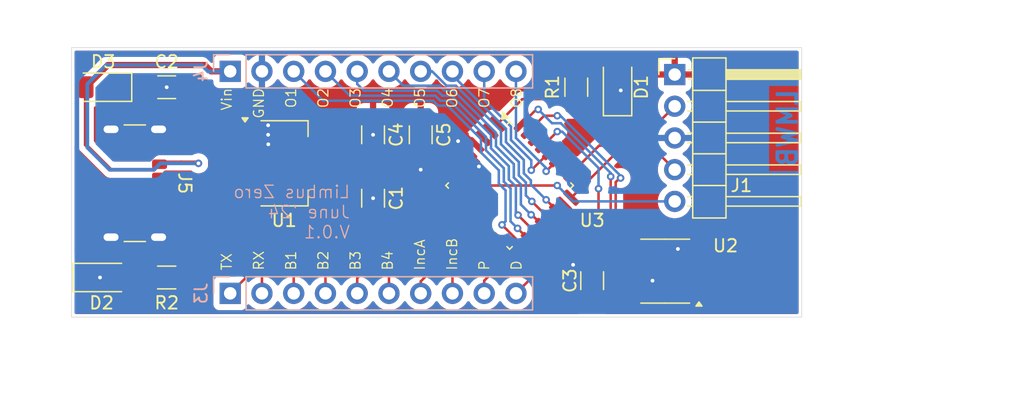
<source format=kicad_pcb>
(kicad_pcb (version 20241229) (generator "pcbnew") (generator_version "9.0")
  (title_block (title "Limbus Zero") (date "2024-06-19") (rev "v.0.1"))
  (layers (0 "F.Cu" signal) (2 "B.Cu" signal) (13 "F.Paste" user) (15 "B.Paste" user) (5 "F.SilkS" user "F.Silkscreen") (7 "B.SilkS" user "B.Silkscreen") (1 "F.Mask" user) (3 "B.Mask" user) (25 "Edge.Cuts" user))
  (net 0 "")
  (net 1 "GND")
  (net 2 "+3V3")
  (net 3 "/Vin")
  (net 4 "Net-(D1-A)")
  (net 5 "Net-(D2-A)")
  (net 6 "/SYS_SWCLK")
  (net 7 "/NRST")
  (net 8 "/SYS_SWDIO")
  (net 11 "/Vbus")
  (net 12 "/LED1")
  (net 13 "/Poti1")
  (net 14 "/Out6")
  (net 16 "/B1")
  (net 17 "/SPI1_SCK")
  (net 18 "/Out7")
  (net 19 "/Out5")
  (net 20 "/Out2")
  (net 22 "/Out3")
  (net 23 "/IncB")
  (net 24 "/Out8")
  (net 26 "/I2C1_SDA")
  (net 27 "/I2C1_SCL")
  (net 28 "/Out1")
  (net 29 "/UART1_TX")
  (net 30 "/SPI1_MOSI")
  (net 31 "/Out4")
  (net 32 "/UART1_RX")
  (net 33 "/IncA")
  (net 36 "/B3")
  (net 37 "/B4")
  (net 38 "/B2")
  (footprint "Resistor_SMD:R_1206_3216Metric" (layer "F.Cu") (at 121.666 67.31 -90)
    (property "Reference" "R1" (at 0 1.905 90) (layer "F.SilkS"))
    (property "Value" "220")
    (fp_line (start -0.727064 0.91) (end 0.727064 0.91) (stroke (width 0.12)) (layer "F.SilkS"))
    (fp_line (start -0.727064 -0.91) (end 0.727064 -0.91) (stroke (width 0.12)) (layer "F.SilkS"))
    (pad "1" smd roundrect (at -1.4625 0 270) (size 1.125 1.75) (layers "F.Cu" "F.Mask" "F.Paste") (roundrect_rratio 0.222222) (net 4 "Net-(D1-A)"))
    (pad "2" smd roundrect (at 1.4625 0 270) (size 1.125 1.75) (layers "F.Cu" "F.Mask" "F.Paste") (roundrect_rratio 0.222222) (net 12 "/LED1"))
  )
  (footprint "LED_SMD:LED_1206_3216Metric" (layer "F.Cu") (at 83.690001 82.55)
    (property "Reference" "D2" (at 0 2.032 0) (layer "F.SilkS"))
    (property "Value" "LED")
    (fp_line (start -2.285 -1.135) (end -2.285 1.135) (stroke (width 0.12)) (layer "F.SilkS"))
    (fp_line (start -2.285 1.135) (end 1.6 1.135) (stroke (width 0.12)) (layer "F.SilkS"))
    (fp_line (start 1.6 -1.135) (end -2.285 -1.135) (stroke (width 0.12)) (layer "F.SilkS"))
    (pad "1" smd roundrect (at -1.399999 0) (size 1.25 1.75) (layers "F.Cu" "F.Mask" "F.Paste") (roundrect_rratio 0.2) (net 1 "GND"))
    (pad "2" smd roundrect (at 1.399999 0) (size 1.25 1.75) (layers "F.Cu" "F.Mask" "F.Paste") (roundrect_rratio 0.2) (net 5 "Net-(D2-A)"))
  )
  (footprint "Capacitor_SMD:C_1206_3216Metric" (layer "F.Cu") (at 105.41 76.2 -90)
    (property "Reference" "C1" (at 0 -1.850001 90) (layer "F.SilkS"))
    (property "Value" "1u")
    (fp_line (start -0.711252 0.91) (end 0.711252 0.91) (stroke (width 0.12)) (layer "F.SilkS"))
    (fp_line (start -0.711252 -0.91) (end 0.711252 -0.91) (stroke (width 0.12)) (layer "F.SilkS"))
    (pad "1" smd roundrect (at -1.475001 0 270) (size 1.15 1.8) (layers "F.Cu" "F.Mask" "F.Paste") (roundrect_rratio 0.217391) (net 2 "+3V3"))
    (pad "2" smd roundrect (at 1.475001 0 270) (size 1.15 1.8) (layers "F.Cu" "F.Mask" "F.Paste") (roundrect_rratio 0.217391) (net 1 "GND"))
  )
  (footprint "Capacitor_SMD:C_1206_3216Metric" (layer "F.Cu") (at 105.41 71.12 -90)
    (property "Reference" "C4" (at 0 -1.850001 90) (layer "F.SilkS"))
    (property "Value" "4.7u")
    (fp_line (start -0.711252 0.91) (end 0.711252 0.91) (stroke (width 0.12)) (layer "F.SilkS"))
    (fp_line (start -0.711252 -0.91) (end 0.711252 -0.91) (stroke (width 0.12)) (layer "F.SilkS"))
    (pad "1" smd roundrect (at -1.475001 0 270) (size 1.15 1.8) (layers "F.Cu" "F.Mask" "F.Paste") (roundrect_rratio 0.217391) (net 2 "+3V3"))
    (pad "2" smd roundrect (at 1.475001 0 270) (size 1.15 1.8) (layers "F.Cu" "F.Mask" "F.Paste") (roundrect_rratio 0.217391) (net 1 "GND"))
  )
  (footprint "LED_SMD:LED_1206_3216Metric" (layer "F.Cu") (at 124.968 67.31 90)
    (property "Reference" "D1" (at 0 1.905 90) (layer "F.SilkS"))
    (property "Value" "LED")
    (fp_line (start 1.6 -1.135) (end -2.285 -1.135) (stroke (width 0.12)) (layer "F.SilkS"))
    (fp_line (start -2.285 -1.135) (end -2.285 1.135) (stroke (width 0.12)) (layer "F.SilkS"))
    (fp_line (start -2.285 1.135) (end 1.6 1.135) (stroke (width 0.12)) (layer "F.SilkS"))
    (pad "1" smd roundrect (at -1.399999 0 90) (size 1.25 1.75) (layers "F.Cu" "F.Mask" "F.Paste") (roundrect_rratio 0.2) (net 1 "GND"))
    (pad "2" smd roundrect (at 1.399999 0 90) (size 1.25 1.75) (layers "F.Cu" "F.Mask" "F.Paste") (roundrect_rratio 0.2) (net 4 "Net-(D1-A)"))
  )
  (footprint "Package_TO_SOT_SMD:SOT-223-3_TabPin2" (layer "F.Cu") (at 98.298 73.406)
    (property "Reference" "U1" (at 0 4.572 0) (layer "F.SilkS"))
    (property "Value" "AMS1117-3.3")
    (fp_line (start -1.85 -3.410001) (end 1.91 -3.41) (stroke (width 0.12)) (layer "F.SilkS"))
    (fp_line (start -1.85 3.410001) (end 1.91 3.41) (stroke (width 0.12)) (layer "F.SilkS"))
    (fp_line (start 1.91 -3.41) (end 1.91 -2.150001) (stroke (width 0.12)) (layer "F.SilkS"))
    (fp_line (start 1.91 3.41) (end 1.91 2.150001) (stroke (width 0.12)) (layer "F.SilkS"))
    (fp_poly (pts (xy -3.13 -3.31) (xy -3.37 -3.64) (xy -2.89 -3.64) (xy -3.13 -3.31)) (stroke (width 0.12)) (fill yes) (layer "F.SilkS"))
    (pad "1" smd roundrect (at -3.15 -2.3) (size 2 1.5) (layers "F.Cu" "F.Mask" "F.Paste") (net 1 "GND"))
    (pad "2" smd roundrect (at -3.149999 0) (size 2 1.5) (layers "F.Cu" "F.Mask" "F.Paste") (net 2 "+3V3"))
    (pad "2" smd roundrect (at 3.149999 0) (size 2 3.8) (layers "F.Cu" "F.Mask" "F.Paste") (net 2 "+3V3"))
    (pad "3" smd roundrect (at -3.15 2.3) (size 2 1.5) (layers "F.Cu" "F.Mask" "F.Paste") (net 3 "/Vin"))
  )
  (footprint "Diode_SMD:D_1206_3216Metric" (layer "F.Cu") (at 83.82 67.31 180)
    (property "Reference" "D3" (at 0 2.032 0) (layer "F.SilkS"))
    (property "Value" "D")
    (fp_line (start 1.6 -1.135) (end -2.285 -1.135) (stroke (width 0.12)) (layer "F.SilkS"))
    (fp_line (start -2.285 1.135) (end 1.6 1.135) (stroke (width 0.12)) (layer "F.SilkS"))
    (fp_line (start -2.285 -1.135) (end -2.285 1.135) (stroke (width 0.12)) (layer "F.SilkS"))
    (pad "1" smd roundrect (at -1.399999 0 180) (size 1.25 1.75) (layers "F.Cu" "F.Mask" "F.Paste") (roundrect_rratio 0.2) (net 3 "/Vin"))
    (pad "2" smd roundrect (at 1.399999 0 180) (size 1.25 1.75) (layers "F.Cu" "F.Mask" "F.Paste") (roundrect_rratio 0.2) (net 11 "/Vbus"))
  )
  (footprint "Connector_PinHeader_2.54mm:PinHeader_1x05_P2.54mm_Horizontal" (layer "F.Cu") (at 129.54 66.294)
    (property "Reference" "J1" (at 5.334 8.89 0) (layer "F.SilkS"))
    (property "Value" "Conn_01x05")
    (fp_line (start -1.270001 0) (end -1.27 -1.27) (stroke (width 0.12)) (layer "F.SilkS"))
    (fp_line (start -1.27 -1.27) (end 0 -1.270001) (stroke (width 0.12)) (layer "F.SilkS"))
    (fp_line (start 1.042929 2.16) (end 1.44 2.16) (stroke (width 0.12)) (layer "F.SilkS"))
    (fp_line (start 1.042929 2.92) (end 1.44 2.92) (stroke (width 0.12)) (layer "F.SilkS"))
    (fp_line (start 1.042929 4.7) (end 1.44 4.7) (stroke (width 0.12)) (layer "F.SilkS"))
    (fp_line (start 1.042929 5.46) (end 1.44 5.46) (stroke (width 0.12)) (layer "F.SilkS"))
    (fp_line (start 1.042929 7.24) (end 1.44 7.24) (stroke (width 0.12)) (layer "F.SilkS"))
    (fp_line (start 1.042929 8) (end 1.44 8) (stroke (width 0.12)) (layer "F.SilkS"))
    (fp_line (start 1.042929 9.78) (end 1.44 9.78) (stroke (width 0.12)) (layer "F.SilkS"))
    (fp_line (start 1.042929 10.54) (end 1.44 10.54) (stroke (width 0.12)) (layer "F.SilkS"))
    (fp_line (start 1.11 -0.38) (end 1.44 -0.38) (stroke (width 0.12)) (layer "F.SilkS"))
    (fp_line (start 1.11 0.38) (end 1.44 0.38) (stroke (width 0.12)) (layer "F.SilkS"))
    (fp_line (start 1.44 -1.33) (end 1.44 11.49) (stroke (width 0.12)) (layer "F.SilkS"))
    (fp_line (start 1.44 1.27) (end 4.1 1.27) (stroke (width 0.12)) (layer "F.SilkS"))
    (fp_line (start 1.44 3.81) (end 4.1 3.81) (stroke (width 0.12)) (layer "F.SilkS"))
    (fp_line (start 1.44 6.35) (end 4.1 6.35) (stroke (width 0.12)) (layer "F.SilkS"))
    (fp_line (start 1.44 8.89) (end 4.1 8.89) (stroke (width 0.12)) (layer "F.SilkS"))
    (fp_line (start 1.44 11.49) (end 4.1 11.49) (stroke (width 0.12)) (layer "F.SilkS"))
    (fp_line (start 4.1 -1.33) (end 1.44 -1.33) (stroke (width 0.12)) (layer "F.SilkS"))
    (fp_line (start 4.1 -0.38) (end 10.1 -0.38) (stroke (width 0.12)) (layer "F.SilkS"))
    (fp_line (start 4.1 -0.32) (end 10.1 -0.32) (stroke (width 0.12)) (layer "F.SilkS"))
    (fp_line (start 4.1 -0.2) (end 10.1 -0.2) (stroke (width 0.12)) (layer "F.SilkS"))
    (fp_line (start 4.1 -0.08) (end 10.1 -0.08) (stroke (width 0.12)) (layer "F.SilkS"))
    (fp_line (start 4.1 0.04) (end 10.1 0.04) (stroke (width 0.12)) (layer "F.SilkS"))
    (fp_line (start 4.1 0.16) (end 10.1 0.160001) (stroke (width 0.12)) (layer "F.SilkS"))
    (fp_line (start 4.1 0.28) (end 10.1 0.279999) (stroke (width 0.12)) (layer "F.SilkS"))
    (fp_line (start 4.1 2.16) (end 10.1 2.16) (stroke (width 0.12)) (layer "F.SilkS"))
    (fp_line (start 4.1 4.7) (end 10.1 4.699999) (stroke (width 0.12)) (layer "F.SilkS"))
    (fp_line (start 4.1 7.24) (end 10.1 7.240001) (stroke (width 0.12)) (layer "F.SilkS"))
    (fp_line (start 4.1 9.78) (end 10.1 9.78) (stroke (width 0.12)) (layer "F.SilkS"))
    (fp_line (start 4.1 11.49) (end 4.1 -1.33) (stroke (width 0.12)) (layer "F.SilkS"))
    (fp_line (start 10.1 -0.38) (end 10.1 0.38) (stroke (width 0.12)) (layer "F.SilkS"))
    (fp_line (start 10.1 0.38) (end 4.1 0.38) (stroke (width 0.12)) (layer "F.SilkS"))
    (fp_line (start 10.1 2.16) (end 10.1 2.92) (stroke (width 0.12)) (layer "F.SilkS"))
    (fp_line (start 10.1 2.92) (end 4.1 2.92) (stroke (width 0.12)) (layer "F.SilkS"))
    (fp_line (start 10.1 4.699999) (end 10.1 5.460001) (stroke (width 0.12)) (layer "F.SilkS"))
    (fp_line (start 10.1 5.460001) (end 4.1 5.46) (stroke (width 0.12)) (layer "F.SilkS"))
    (fp_line (start 10.1 7.240001) (end 10.1 8) (stroke (width 0.12)) (layer "F.SilkS"))
    (fp_line (start 10.1 8) (end 4.1 8) (stroke (width 0.12)) (layer "F.SilkS"))
    (fp_line (start 10.1 9.78) (end 10.1 10.54) (stroke (width 0.12)) (layer "F.SilkS"))
    (fp_line (start 10.1 10.54) (end 4.1 10.54) (stroke (width 0.12)) (layer "F.SilkS"))
    (pad "1" thru_hole rect (at 0 0) (size 1.7 1.7) (drill 1) (layers "*.Cu" "*.Mask") (net 2 "+3V3"))
    (pad "2" thru_hole oval (at 0 2.54) (size 1.7 1.7) (drill 1) (layers "*.Cu" "*.Mask") (net 6 "/SYS_SWCLK"))
    (pad "3" thru_hole oval (at 0 5.079999) (size 1.7 1.7) (drill 1) (layers "*.Cu" "*.Mask") (net 1 "GND"))
    (pad "4" thru_hole oval (at 0 7.62) (size 1.7 1.7) (drill 1) (layers "*.Cu" "*.Mask") (net 8 "/SYS_SWDIO"))
    (pad "5" thru_hole oval (at 0 10.16) (size 1.7 1.7) (drill 1) (layers "*.Cu" "*.Mask") (net 7 "/NRST"))
  )
  (footprint "Package_SO:SOIC-8_3.9x4.9mm_P1.27mm" (layer "F.Cu") (at 128.778 82.042 180)
    (property "Reference" "U2" (at -4.826 2.032 0) (layer "F.SilkS"))
    (property "Value" "M24C01-FMN")
    (fp_line (start 0 2.559999) (end 1.95 2.56) (stroke (width 0.12)) (layer "F.SilkS"))
    (fp_line (start 0 2.559999) (end -1.95 2.56) (stroke (width 0.12)) (layer "F.SilkS"))
    (fp_line (start 0 -2.559999) (end 1.95 -2.56) (stroke (width 0.12)) (layer "F.SilkS"))
    (fp_line (start 0 -2.559999) (end -1.95 -2.56) (stroke (width 0.12)) (layer "F.SilkS"))
    (fp_poly (pts (xy -2.7 -2.465) (xy -2.939999 -2.795) (xy -2.46 -2.795) (xy -2.7 -2.465)) (stroke (width 0.12)) (fill yes) (layer "F.SilkS"))
    (pad "1" smd roundrect (at -2.475 -1.905 180) (size 1.95 0.6) (layers "F.Cu" "F.Mask" "F.Paste") (net 1 "GND"))
    (pad "2" smd roundrect (at -2.475 -0.635 180) (size 1.95 0.6) (layers "F.Cu" "F.Mask" "F.Paste") (net 1 "GND"))
    (pad "3" smd roundrect (at -2.475 0.635 180) (size 1.95 0.6) (layers "F.Cu" "F.Mask" "F.Paste") (net 1 "GND"))
    (pad "4" smd roundrect (at -2.475 1.905 180) (size 1.95 0.6) (layers "F.Cu" "F.Mask" "F.Paste") (net 1 "GND"))
    (pad "5" smd roundrect (at 2.475 1.905 180) (size 1.95 0.6) (layers "F.Cu" "F.Mask" "F.Paste") (net 26 "/I2C1_SDA"))
    (pad "6" smd roundrect (at 2.475 0.635 180) (size 1.95 0.6) (layers "F.Cu" "F.Mask" "F.Paste") (net 27 "/I2C1_SCL"))
    (pad "7" smd roundrect (at 2.475 -0.635 180) (size 1.95 0.6) (layers "F.Cu" "F.Mask" "F.Paste") (net 1 "GND"))
    (pad "8" smd roundrect (at 2.475 -1.905 180) (size 1.95 0.6) (layers "F.Cu" "F.Mask" "F.Paste") (net 2 "+3V3"))
  )
  (footprint "Connector_USB:USB_C_Receptacle_GCT_USB4125-xx-x-0190_6P_TopMnt_Horizontal" (layer "F.Cu") (at 85.25 75 -90)
    (property "Reference" "J5" (at 0 -5.100001 270) (layer "F.SilkS"))
    (property "Value" "USB_C_Receptacle_PowerOnly_6P")
    (fp_line (start -4.67 -0.25) (end -4.67 -1.95) (stroke (width 0.12)) (layer "F.SilkS"))
    (fp_line (start 4.67 -0.25) (end 4.67 -1.95) (stroke (width 0.12)) (layer "F.SilkS"))
    (pad "A5" smd roundrect (at -0.5 -3.079999 270) (size 0.7 1.2) (layers "F.Cu" "F.Mask" "F.Paste"))
    (pad "A9" smd roundrect (at 1.52 -3.08 90) (size 0.76 1.2) (layers "F.Cu" "F.Mask" "F.Paste") (net 11 "/Vbus"))
    (pad "A12" smd roundrect (at 2.75 -3.08 90) (size 0.8 1.2) (layers "F.Cu" "F.Mask" "F.Paste") (net 1 "GND"))
    (pad "B5" smd roundrect (at 0.5 -3.079999 90) (size 0.7 1.2) (layers "F.Cu" "F.Mask" "F.Paste"))
    (pad "B9" smd roundrect (at -1.52 -3.08 270) (size 0.76 1.2) (layers "F.Cu" "F.Mask" "F.Paste") (net 11 "/Vbus"))
    (pad "B12" smd roundrect (at -2.75 -3.08 270) (size 0.8 1.2) (layers "F.Cu" "F.Mask" "F.Paste") (net 1 "GND"))
    (pad "S1" thru_hole oval (at -4.32 -3 270) (size 1.1 1.7) (drill oval 0.6 1.2) (property pad_prop_heatsink) (layers "*.Cu" "*.Mask" "F.Paste") (net 1 "GND"))
    (pad "S1" thru_hole oval (at -4.32 0.8 270) (size 1.1 1.7) (drill oval 0.6 1.2) (property pad_prop_heatsink) (layers "*.Cu" "*.Mask" "F.Paste") (net 1 "GND"))
    (pad "S1" thru_hole oval (at 4.32 -3 270) (size 1.1 1.7) (drill oval 0.6 1.2) (property pad_prop_heatsink) (layers "*.Cu" "*.Mask" "F.Paste") (net 1 "GND"))
    (pad "S1" thru_hole oval (at 4.32 0.8 270) (size 1.1 1.7) (drill oval 0.6 1.2) (property pad_prop_heatsink) (layers "*.Cu" "*.Mask" "F.Paste") (net 1 "GND"))
  )
  (footprint "Capacitor_SMD:C_1206_3216Metric" (layer "F.Cu") (at 88.9 67.31)
    (property "Reference" "C2" (at 0 -2.032 0) (layer "F.SilkS"))
    (property "Value" "1u")
    (fp_line (start -0.711252 -0.91) (end 0.711252 -0.91) (stroke (width 0.12)) (layer "F.SilkS"))
    (fp_line (start -0.711252 0.91) (end 0.711252 0.91) (stroke (width 0.12)) (layer "F.SilkS"))
    (pad "1" smd roundrect (at -1.475001 0) (size 1.15 1.8) (layers "F.Cu" "F.Mask" "F.Paste") (roundrect_rratio 0.217391) (net 3 "/Vin"))
    (pad "2" smd roundrect (at 1.475001 0) (size 1.15 1.8) (layers "F.Cu" "F.Mask" "F.Paste") (roundrect_rratio 0.217391) (net 1 "GND"))
  )
  (footprint "Package_QFP:LQFP-32_7x7mm_P0.8mm" (layer "F.Cu") (at 116.332 75.184 -45)
    (property "Reference" "U3" (at 6.64539 -2.694077 180) (layer "F.SilkS"))
    (property "Value" "STM32C031K6T6")
    (fp_line (start -3.61 3.61) (end -3.61 3.31) (stroke (width 0.12)) (layer "F.SilkS"))
    (fp_line (start -3.31 3.61) (end -3.61 3.61) (stroke (width 0.12)) (layer "F.SilkS"))
    (fp_line (start 3.31 3.61) (end 3.61 3.61) (stroke (width 0.12)) (layer "F.SilkS"))
    (fp_line (start -3.61 -3.61) (end -3.61 -3.31) (stroke (width 0.12)) (layer "F.SilkS"))
    (fp_line (start 3.61 3.61) (end 3.61 3.31) (stroke (width 0.12)) (layer "F.SilkS"))
    (fp_line (start -3.31 -3.61) (end -3.61 -3.61) (stroke (width 0.12)) (layer "F.SilkS"))
    (fp_line (start 3.31 -3.61) (end 3.61 -3.61) (stroke (width 0.12)) (layer "F.SilkS"))
    (fp_line (start 3.61 -3.61) (end 3.61 -3.31) (stroke (width 0.12)) (layer "F.SilkS"))
    (fp_poly (pts (xy -4.2125 -3.31) (xy -4.5525 -3.78) (xy -3.8725 -3.780001) (xy -4.2125 -3.31)) (stroke (width 0.12)) (fill yes) (layer "F.SilkS"))
    (pad "1" smd roundrect (at -4.175 -2.8 315) (size 1.5 0.5) (layers "F.Cu" "F.Mask" "F.Paste") (net 12 "/LED1"))
    (pad "2" smd roundrect (at -4.175 -2 315) (size 1.5 0.5) (layers "F.Cu" "F.Mask" "F.Paste"))
    (pad "3" smd roundrect (at -4.175 -1.2 315) (size 1.5 0.5) (layers "F.Cu" "F.Mask" "F.Paste"))
    (pad "4" smd roundrect (at -4.175 -0.4 315) (size 1.5 0.5) (layers "F.Cu" "F.Mask" "F.Paste") (net 2 "+3V3"))
    (pad "5" smd roundrect (at -4.175 0.4 315) (size 1.5 0.5) (layers "F.Cu" "F.Mask" "F.Paste") (net 1 "GND"))
    (pad "6" smd roundrect (at -4.175 1.2 315) (size 1.5 0.5) (layers "F.Cu" "F.Mask" "F.Paste") (net 7 "/NRST"))
    (pad "7" smd roundrect (at -4.175 2 315) (size 1.5 0.5) (layers "F.Cu" "F.Mask" "F.Paste") (net 29 "/UART1_TX"))
    (pad "8" smd roundrect (at -4.175 2.8 315) (size 1.5 0.5) (layers "F.Cu" "F.Mask" "F.Paste") (net 32 "/UART1_RX"))
    (pad "9" smd roundrect (at -2.8 4.175 315) (size 0.5 1.5) (layers "F.Cu" "F.Mask" "F.Paste") (net 16 "/B1"))
    (pad "10" smd roundrect (at -2 4.175 315) (size 0.5 1.5) (layers "F.Cu" "F.Mask" "F.Paste") (net 38 "/B2"))
    (pad "11" smd roundrect (at -1.2 4.175 315) (size 0.5 1.5) (layers "F.Cu" "F.Mask" "F.Paste") (net 36 "/B3"))
    (pad "12" smd roundrect (at -0.4 4.175 315) (size 0.5 1.5) (layers "F.Cu" "F.Mask" "F.Paste") (net 37 "/B4"))
    (pad "13" smd roundrect (at 0.4 4.175 315) (size 0.5 1.5) (layers "F.Cu" "F.Mask" "F.Paste") (net 33 "/IncA"))
    (pad "14" smd roundrect (at 1.2 4.175 315) (size 0.5 1.5) (layers "F.Cu" "F.Mask" "F.Paste") (net 23 "/IncB"))
    (pad "15" smd roundrect (at 2 4.175 315) (size 0.5 1.5) (layers "F.Cu" "F.Mask" "F.Paste"))
    (pad "16" smd roundrect (at 2.8 4.175 315) (size 0.5 1.5) (layers "F.Cu" "F.Mask" "F.Paste"))
    (pad "17" smd roundrect (at 4.175 2.8 315) (size 1.5 0.5) (layers "F.Cu" "F.Mask" "F.Paste") (net 28 "/Out1"))
    (pad "18" smd roundrect (at 4.175 2 315) (size 1.5 0.5) (layers "F.Cu" "F.Mask" "F.Paste") (net 20 "/Out2"))
    (pad "19" smd roundrect (at 4.175 1.2 315) (size 1.5 0.5) (layers "F.Cu" "F.Mask" "F.Paste") (net 22 "/Out3"))
    (pad "20" smd roundrect (at 4.175 0.4 315) (size 1.5 0.5) (layers "F.Cu" "F.Mask" "F.Paste") (net 31 "/Out4"))
    (pad "21" smd roundrect (at 4.175 -0.4 315) (size 1.5 0.5) (layers "F.Cu" "F.Mask" "F.Paste") (net 19 "/Out5"))
    (pad "22" smd roundrect (at 4.175 -1.2 315) (size 1.5 0.5) (layers "F.Cu" "F.Mask" "F.Paste") (net 14 "/Out6"))
    (pad "23" smd roundrect (at 4.175 -2 315) (size 1.5 0.5) (layers "F.Cu" "F.Mask" "F.Paste") (net 13 "/Poti1"))
    (pad "24" smd roundrect (at 4.175 -2.8 315) (size 1.5 0.5) (layers "F.Cu" "F.Mask" "F.Paste") (net 8 "/SYS_SWDIO"))
    (pad "25" smd roundrect (at 2.8 -4.175 315) (size 0.5 1.5) (layers "F.Cu" "F.Mask" "F.Paste") (net 6 "/SYS_SWCLK"))
    (pad "26" smd roundrect (at 2 -4.175 315) (size 0.5 1.5) (layers "F.Cu" "F.Mask" "F.Paste"))
    (pad "27" smd roundrect (at 1.2 -4.175 315) (size 0.5 1.5) (layers "F.Cu" "F.Mask" "F.Paste") (net 18 "/Out7"))
    (pad "28" smd roundrect (at 0.4 -4.175 315) (size 0.5 1.5) (layers "F.Cu" "F.Mask" "F.Paste") (net 24 "/Out8"))
    (pad "29" smd roundrect (at -0.4 -4.175 315) (size 0.5 1.5) (layers "F.Cu" "F.Mask" "F.Paste") (net 30 "/SPI1_MOSI"))
    (pad "30" smd roundrect (at -1.2 -4.175 315) (size 0.5 1.5) (layers "F.Cu" "F.Mask" "F.Paste") (net 17 "/SPI1_SCK"))
    (pad "31" smd roundrect (at -2 -4.175 315) (size 0.5 1.5) (layers "F.Cu" "F.Mask" "F.Paste") (net 26 "/I2C1_SDA"))
    (pad "32" smd roundrect (at -2.8 -4.175 315) (size 0.5 1.5) (layers "F.Cu" "F.Mask" "F.Paste") (net 27 "/I2C1_SCL"))
  )
  (footprint "Capacitor_SMD:C_1206_3216Metric" (layer "F.Cu") (at 109.22 71.12 -90)
    (property "Reference" "C5" (at 0 -1.850001 90) (layer "F.SilkS"))
    (property "Value" "100n")
    (fp_line (start -0.711252 0.91) (end 0.711252 0.91) (stroke (width 0.12)) (layer "F.SilkS"))
    (fp_line (start -0.711252 -0.91) (end 0.711252 -0.91) (stroke (width 0.12)) (layer "F.SilkS"))
    (pad "1" smd roundrect (at -1.475001 0 270) (size 1.15 1.8) (layers "F.Cu" "F.Mask" "F.Paste") (roundrect_rratio 0.217391) (net 2 "+3V3"))
    (pad "2" smd roundrect (at 1.475001 0 270) (size 1.15 1.8) (layers "F.Cu" "F.Mask" "F.Paste") (roundrect_rratio 0.217391) (net 1 "GND"))
  )
  (footprint "Resistor_SMD:R_1206_3216Metric" (layer "F.Cu") (at 88.9 82.55)
    (property "Reference" "R2" (at 0 2.032 0) (layer "F.SilkS"))
    (property "Value" "220")
    (fp_line (start -0.727064 -0.91) (end 0.727064 -0.91) (stroke (width 0.12)) (layer "F.SilkS"))
    (fp_line (start -0.727064 0.91) (end 0.727064 0.91) (stroke (width 0.12)) (layer "F.SilkS"))
    (pad "1" smd roundrect (at -1.4625 0) (size 1.125 1.75) (layers "F.Cu" "F.Mask" "F.Paste") (roundrect_rratio 0.222222) (net 5 "Net-(D2-A)"))
    (pad "2" smd roundrect (at 1.4625 0) (size 1.125 1.75) (layers "F.Cu" "F.Mask" "F.Paste") (roundrect_rratio 0.222222) (net 2 "+3V3"))
  )
  (footprint "Capacitor_SMD:C_1206_3216Metric" (layer "F.Cu") (at 122.936 82.804 -90)
    (property "Reference" "C3" (at 0 1.778 270) (layer "F.SilkS"))
    (property "Value" "100n")
    (fp_line (start -0.711252 0.91) (end 0.711252 0.91) (stroke (width 0.12)) (layer "F.SilkS"))
    (fp_line (start -0.711252 -0.91) (end 0.711252 -0.91) (stroke (width 0.12)) (layer "F.SilkS"))
    (pad "1" smd roundrect (at -1.475001 0 270) (size 1.15 1.8) (layers "F.Cu" "F.Mask" "F.Paste") (roundrect_rratio 0.217391) (net 1 "GND"))
    (pad "2" smd roundrect (at 1.475001 0 270) (size 1.15 1.8) (layers "F.Cu" "F.Mask" "F.Paste") (roundrect_rratio 0.217391) (net 2 "+3V3"))
  )
  (footprint "Connector_PinHeader_2.54mm:PinHeader_1x10_P2.54mm_Vertical" (layer "B.Cu") (at 93.98 66.04 -90)
    (property "Reference" "J4" (at 0 2.33 90) (layer "B.SilkS") (effects (justify mirror)))
    (property "Value" "Conn_01x10")
    (fp_line (start -1.33 1.33) (end -1.33 0) (stroke (width 0.12)) (layer "B.SilkS"))
    (fp_line (start 0 1.33) (end -1.33 1.33) (stroke (width 0.12)) (layer "B.SilkS"))
    (fp_line (start 1.33 -1.270001) (end -1.33 -1.270001) (stroke (width 0.12)) (layer "B.SilkS"))
    (fp_line (start -1.33 -24.19) (end -1.33 -1.270001) (stroke (width 0.12)) (layer "B.SilkS"))
    (fp_line (start 1.33 -24.19) (end 1.33 -1.270001) (stroke (width 0.12)) (layer "B.SilkS"))
    (fp_line (start 1.33 -24.19) (end -1.33 -24.19) (stroke (width 0.12)) (layer "B.SilkS"))
    (pad "1" thru_hole rect (at 0 0 270) (size 1.7 1.7) (drill 1) (layers "*.Cu" "*.Mask") (net 11 "/Vbus"))
    (pad "2" thru_hole oval (at 0 -2.54 270) (size 1.7 1.7) (drill 1) (layers "*.Cu" "*.Mask") (net 1 "GND"))
    (pad "3" thru_hole oval (at 0 -5.079999 270) (size 1.7 1.7) (drill 1) (layers "*.Cu" "*.Mask") (net 28 "/Out1"))
    (pad "4" thru_hole oval (at 0 -7.62 270) (size 1.7 1.7) (drill 1) (layers "*.Cu" "*.Mask") (net 20 "/Out2"))
    (pad "5" thru_hole oval (at 0 -10.16 270) (size 1.7 1.7) (drill 1) (layers "*.Cu" "*.Mask") (net 22 "/Out3"))
    (pad "6" thru_hole oval (at 0 -12.7 270) (size 1.7 1.7) (drill 1) (layers "*.Cu" "*.Mask") (net 31 "/Out4"))
    (pad "7" thru_hole oval (at 0 -15.24 270) (size 1.7 1.7) (drill 1) (layers "*.Cu" "*.Mask") (net 19 "/Out5"))
    (pad "8" thru_hole oval (at 0 -17.780001 270) (size 1.7 1.7) (drill 1) (layers "*.Cu" "*.Mask") (net 14 "/Out6"))
    (pad "9" thru_hole oval (at 0 -20.32 270) (size 1.7 1.7) (drill 1) (layers "*.Cu" "*.Mask") (net 24 "/Out8"))
    (pad "10" thru_hole oval (at 0 -22.86 270) (size 1.7 1.7) (drill 1) (layers "*.Cu" "*.Mask") (net 18 "/Out7"))
  )
  (footprint "Connector_PinHeader_2.54mm:PinHeader_1x10_P2.54mm_Vertical" (layer "B.Cu") (at 93.98 83.82 -90)
    (property "Reference" "J3" (at 0 2.33 90) (layer "B.SilkS") (effects (justify mirror)))
    (property "Value" "Conn_01x10")
    (fp_line (start -1.33 1.33) (end -1.33 0) (stroke (width 0.12)) (layer "B.SilkS"))
    (fp_line (start 0 1.33) (end -1.33 1.33) (stroke (width 0.12)) (layer "B.SilkS"))
    (fp_line (start 1.33 -1.270001) (end -1.33 -1.270001) (stroke (width 0.12)) (layer "B.SilkS"))
    (fp_line (start -1.33 -24.19) (end -1.33 -1.270001) (stroke (width 0.12)) (layer "B.SilkS"))
    (fp_line (start 1.33 -24.19) (end 1.33 -1.270001) (stroke (width 0.12)) (layer "B.SilkS"))
    (fp_line (start 1.33 -24.19) (end -1.33 -24.19) (stroke (width 0.12)) (layer "B.SilkS"))
    (pad "1" thru_hole rect (at 0 0 270) (size 1.7 1.7) (drill 1) (layers "*.Cu" "*.Mask") (net 29 "/UART1_TX"))
    (pad "2" thru_hole oval (at 0 -2.54 270) (size 1.7 1.7) (drill 1) (layers "*.Cu" "*.Mask") (net 32 "/UART1_RX"))
    (pad "3" thru_hole oval (at 0 -5.079999 270) (size 1.7 1.7) (drill 1) (layers "*.Cu" "*.Mask") (net 16 "/B1"))
    (pad "4" thru_hole oval (at 0 -7.62 270) (size 1.7 1.7) (drill 1) (layers "*.Cu" "*.Mask") (net 38 "/B2"))
    (pad "5" thru_hole oval (at 0 -10.16 270) (size 1.7 1.7) (drill 1) (layers "*.Cu" "*.Mask") (net 36 "/B3"))
    (pad "6" thru_hole oval (at 0 -12.7 270) (size 1.7 1.7) (drill 1) (layers "*.Cu" "*.Mask") (net 37 "/B4"))
    (pad "7" thru_hole oval (at 0 -15.24 270) (size 1.7 1.7) (drill 1) (layers "*.Cu" "*.Mask") (net 33 "/IncA"))
    (pad "8" thru_hole oval (at 0 -17.780001 270) (size 1.7 1.7) (drill 1) (layers "*.Cu" "*.Mask") (net 23 "/IncB"))
    (pad "9" thru_hole oval (at 0 -20.32 270) (size 1.7 1.7) (drill 1) (layers "*.Cu" "*.Mask") (net 13 "/Poti1"))
    (pad "10" thru_hole oval (at 0 -22.86 270) (size 1.7 1.7) (drill 1) (layers "*.Cu" "*.Mask") (net 30 "/SPI1_MOSI"))
  )
  (gr_rect (start 81.28 64.135) (end 139.7 85.725) (stroke (width 0.05)) (fill no) (layer "Edge.Cuts"))
  (gr_text "LMWB" (at 139.446 67.31 90) (layer "B.Cu") (effects (font (size 1.5 1.5) (thickness 0.3) (bold yes)) (justify left bottom mirror)))
  (gr_text "Vin\n\nGND\n\nO1\n\nO2\n\nO3\n\nO4\n\nO5\n\nO6\n\nO7\n\nO8" (at 117.348 67.31 90) (layer "F.SilkS") (effects (font (size 0.8 0.8) (thickness 0.1)) (justify right bottom)))
  (gr_text "TX\n\nRX\n\nB1\n\nB2\n\nB3\n\nB4\n\nIncA\n\nIncB\n\nP\n\nD" (at 117.348 82.042 90) (layer "F.SilkS") (effects (font (size 0.8 0.8) (thickness 0.1)) (justify left bottom)))
  (gr_text "Limbus Zero\nJune '24\nV.0.1" (at 103.632 79.502 0) (layer "B.SilkS") (effects (font (size 1 1) (thickness 0.1)) (justify left bottom mirror)))
  (segment (start 127.762 82.804) (end 127.635 82.677) (width 0.2) (layer "F.Cu") (net 1))
  (segment (start 129.794 80.264) (end 129.921 80.137) (width 0.2) (layer "F.Cu") (net 1))
  (segment (start 124.968 67.818) (end 124.968 68.709999) (width 0.2) (layer "F.Cu") (net 1))
  (segment (start 131.253 81.407) (end 131.253 80.137) (width 0.2) (layer "F.Cu") (net 1))
  (segment (start 90.375001 67.31) (end 88.9 67.31) (width 0.2) (layer "F.Cu") (net 1))
  (segment (start 113.875735 73.293421) (end 113.096986 72.514672) (width 0.2) (layer "F.Cu") (net 1))
  (segment (start 97 71.106) (end 95.148 71.106) (width 0.8) (layer "F.Cu") (net 1))
  (segment (start 122.730999 81.534) (end 121.412 81.534) (width 0.2) (layer "F.Cu") (net 1))
  (segment (start 109.22 72.595001) (end 109.22 73.914) (width 0.3) (layer "F.Cu") (net 1))
  (segment (start 124.284001 82.677) (end 122.936 81.328999) (width 0.2) (layer "F.Cu") (net 1))
  (segment (start 129.921 80.137) (end 131.253 80.137) (width 0.2) (layer "F.Cu") (net 1))
  (segment (start 105.41 77.675001) (end 105.41 76.2) (width 0.3) (layer "F.Cu") (net 1))
  (segment (start 127.635 82.677) (end 126.303 82.677) (width 0.2) (layer "F.Cu") (net 1))
  (segment (start 122.936 81.328999) (end 122.730999 81.534) (width 0.2) (layer "F.Cu") (net 1))
  (segment (start 105.41 72.595001) (end 105.41 71.12) (width 0.3) (layer "F.Cu") (net 1))
  (segment (start 113.875735 73.66) (end 113.875735 73.293421) (width 0.2) (layer "F.Cu") (net 1))
  (segment (start 97.014 70.358) (end 97.014 71.12) (width 0.5) (layer "F.Cu") (net 1))
  (segment (start 131.253 82.677) (end 131.253 81.407) (width 0.2) (layer "F.Cu") (net 1))
  (segment (start 97.014 71.868) (end 97.028 71.882) (width 0.5) (layer "F.Cu") (net 1))
  (segment (start 126.303 82.677) (end 124.284001 82.677) (width 0.2) (layer "F.Cu") (net 1))
  (segment (start 97.014 71.12) (end 97 71.106) (width 0.8) (layer "F.Cu") (net 1))
  (segment (start 112.210314 71.628) (end 113.096986 72.514672) (width 0.2) (layer "F.Cu") (net 1))
  (segment (start 82.290002 82.55) (end 83.566 82.55) (width 0.2) (layer "F.Cu") (net 1))
  (segment (start 131.253 83.947) (end 131.253 82.677) (width 0.2) (layer "F.Cu") (net 1))
  (segment (start 125.222 67.564) (end 124.968 67.818) (width 0.2) (layer "F.Cu") (net 1))
  (segment (start 97.014 71.12) (end 97.014 71.868) (width 0.5) (layer "F.Cu") (net 1))
  (via (at 129.794 80.264) (size 0.6) (drill 0.3) (layers "F.Cu" "B.Cu") (net 1))
  (via (at 127.762 82.804) (size 0.6) (drill 0.3) (layers "F.Cu" "B.Cu") (net 1))
  (via (at 97.028 71.882) (size 0.6) (drill 0.3) (layers "F.Cu" "B.Cu") (net 1))
  (via (at 88.9 67.31) (size 0.6) (drill 0.3) (layers "F.Cu" "B.Cu") (net 1))
  (via (at 105.41 71.12) (size 0.6) (drill 0.3) (layers "F.Cu" "B.Cu") (net 1))
  (via (at 105.41 76.2) (size 0.6) (drill 0.3) (layers "F.Cu" "B.Cu") (net 1))
  (via (at 97.014 70.358) (size 0.6) (drill 0.3) (layers "F.Cu" "B.Cu") (net 1))
  (via (at 97.014 71.12) (size 0.6) (drill 0.3) (layers "F.Cu" "B.Cu") (net 1))
  (via (at 109.22 73.914) (size 0.6) (drill 0.3) (layers "F.Cu" "B.Cu") (net 1))
  (via (at 121.412 81.534) (size 0.6) (drill 0.3) (layers "F.Cu" "B.Cu") (net 1))
  (via (at 125.222 67.564) (size 0.6) (drill 0.3) (layers "F.Cu" "B.Cu") (net 1))
  (via (at 113.875735 73.66) (size 0.6) (drill 0.3) (layers "F.Cu" "B.Cu") (net 1))
  (via (at 112.210314 71.628) (size 0.6) (drill 0.3) (layers "F.Cu" "B.Cu") (net 1))
  (via (at 83.566 82.55) (size 0.6) (drill 0.3) (layers "F.Cu" "B.Cu") (net 1))
  (segment (start 111.358685 69.644999) (end 109.22 69.644999) (width 0.3) (layer "F.Cu") (net 2))
  (segment (start 113.662672 71.948986) (end 111.358685 69.644999) (width 0.3) (layer "F.Cu") (net 2))
  (segment (start 92.456 69.596) (end 91.89 69.03) (width 0.5) (layer "F.Cu") (net 3))
  (segment (start 94.502 75.706) (end 92.456 73.66) (width 0.5) (layer "F.Cu") (net 3))
  (segment (start 89.144999 69.03) (end 87.424999 67.31) (width 0.5) (layer "F.Cu") (net 3))
  (segment (start 92.456 73.66) (end 92.456 69.596) (width 0.5) (layer "F.Cu") (net 3))
  (segment (start 95.148 75.706) (end 94.502 75.706) (width 0.5) (layer "F.Cu") (net 3))
  (segment (start 85.219999 67.31) (end 87.424999 67.31) (width 0.5) (layer "F.Cu") (net 3))
  (segment (start 91.89 69.03) (end 89.144999 69.03) (width 0.5) (layer "F.Cu") (net 3))
  (segment (start 122.111499 65.402001) (end 124.46 65.402001) (width 0.2) (layer "F.Cu") (net 4))
  (segment (start 124.46 65.402001) (end 124.968 65.910001) (width 0.2) (layer "F.Cu") (net 4))
  (segment (start 121.666 65.8475) (end 122.111499 65.402001) (width 0.2) (layer "F.Cu") (net 4))
  (segment (start 87.4375 82.55) (end 85.09 82.55) (width 0.2) (layer "F.Cu") (net 5))
  (segment (start 121.26407 74.211728) (end 123.485798 71.99) (width 0.2) (layer "F.Cu") (net 6))
  (segment (start 123.485798 71.99) (end 126.384 71.99) (width 0.2) (layer "F.Cu") (net 6))
  (segment (start 126.384 71.99) (end 129.54 68.834) (width 0.2) (layer "F.Cu") (net 6))
  (segment (start 112.531301 73.080357) (end 112.923395 73.472451) (width 0.2) (layer "F.Cu") (net 7))
  (segment (start 113.63 74.26) (end 114.554 75.184) (width 0.2) (layer "F.Cu") (net 7))
  (segment (start 112.923395 73.472451) (end 112.923395 73.556189) (width 0.2) (layer "F.Cu") (net 7))
  (segment (start 113.627206 74.26) (end 113.63 74.26) (width 0.2) (layer "F.Cu") (net 7))
  (segment (start 114.554 75.184) (end 120.142 75.184) (width 0.2) (layer "F.Cu") (net 7))
  (segment (start 112.923395 73.556189) (end 113.627206 74.26) (width 0.2) (layer "F.Cu") (net 7))
  (via (at 120.142 75.184) (size 0.6) (drill 0.3) (layers "F.Cu" "B.Cu") (net 7))
  (segment (start 120.142 75.184) (end 121.412 76.454) (width 0.2) (layer "B.Cu") (net 7))
  (segment (start 121.412 76.454) (end 129.54 76.454) (width 0.2) (layer "B.Cu") (net 7))
  (segment (start 128.016 72.39) (end 125.030342 72.39) (width 0.2) (layer "F.Cu") (net 8))
  (segment (start 129.54 73.914) (end 128.016 72.39) (width 0.2) (layer "F.Cu") (net 8))
  (segment (start 125.030342 72.39) (end 121.26407 76.156272) (width 0.2) (layer "F.Cu") (net 8))
  (segment (start 82.420001 71.918133) (end 84.415868 73.914) (width 0.3) (layer "F.Cu") (net 11))
  (segment (start 84.198001 65.532) (end 82.420001 67.31) (width 0.5) (layer "F.Cu") (net 11))
  (segment (start 92.456 66.04) (end 91.948 65.532) (width 0.5) (layer "F.Cu") (net 11))
  (segment (start 88.468 73.33) (end 90.076 73.33) (width 0.3) (layer "F.Cu") (net 11))
  (segment (start 91.948 65.532) (end 84.198001 65.532) (width 0.5) (layer "F.Cu") (net 11))
  (segment (start 87.884 73.914) (end 88.468 73.33) (width 0.3) (layer "F.Cu") (net 11))
  (segment (start 84.415868 73.914) (end 87.884 73.914) (width 0.3) (layer "F.Cu") (net 11))
  (segment (start 93.98 66.04) (end 92.456 66.04) (width 0.5) (layer "F.Cu") (net 11))
  (segment (start 90.076 73.33) (end 91.364 73.33) (width 0.3) (layer "F.Cu") (net 11))
  (segment (start 91.364 73.33) (end 91.44 73.406) (width 0.3) (layer "F.Cu") (net 11))
  (segment (start 82.420001 67.31) (end 82.420001 71.918133) (width 0.3) (layer "F.Cu") (net 11))
  (via (at 91.44 73.406) (size 0.6) (drill 0.3) (layers "F.Cu" "B.Cu") (net 11))
  (segment (start 82.55 67.056) (end 84.074 65.532) (width 0.3) (layer "B.Cu") (net 11))
  (segment (start 84.074 65.532) (end 91.694 65.532) (width 0.3) (layer "B.Cu") (net 11))
  (segment (start 88.392 73.406) (end 87.884 73.914) (width 0.3) (layer "B.Cu") (net 11))
  (segment (start 91.694 65.532) (end 92.202 66.04) (width 0.3) (layer "B.Cu") (net 11))
  (segment (start 87.884 73.914) (end 84.328 73.914) (width 0.3) (layer "B.Cu") (net 11))
  (segment (start 84.328 73.914) (end 82.55 72.136) (width 0.3) (layer "B.Cu") (net 11))
  (segment (start 91.44 73.406) (end 88.392 73.406) (width 0.3) (layer "B.Cu") (net 11))
  (segment (start 92.202 66.04) (end 93.98 66.04) (width 0.3) (layer "B.Cu") (net 11))
  (segment (start 82.55 72.136) (end 82.55 67.056) (width 0.3) (layer "B.Cu") (net 11))
  (segment (start 121.158 68.2645) (end 117.347158 68.2645) (width 0.2) (layer "F.Cu") (net 12))
  (segment (start 117.347158 68.2645) (end 115.359728 70.25193) (width 0.2) (layer "F.Cu") (net 12))
  (segment (start 121.666 68.7725) (end 121.158 68.2645) (width 0.2) (layer "F.Cu") (net 12))
  (segment (start 114.3 82.804) (end 115.824 81.28) (width 0.2) (layer "F.Cu") (net 13))
  (segment (start 115.824 81.28) (end 118.11 81.28) (width 0.2) (layer "F.Cu") (net 13))
  (segment (start 121.090478 77.114051) (end 120.698384 76.721957) (width 0.2) (layer "F.Cu") (net 13))
  (segment (start 114.3 83.82) (end 114.3 82.804) (width 0.2) (layer "F.Cu") (net 13))
  (segment (start 121.090478 78.299522) (end 121.090478 77.114051) (width 0.2) (layer "F.Cu") (net 13))
  (segment (start 118.11 81.28) (end 121.090478 78.299522) (width 0.2) (layer "F.Cu") (net 13))
  (segment (start 119.253 76.327) (end 120.132699 77.206699) (width 0.2) (layer "F.Cu") (net 14))
  (segment (start 120.132699 77.206699) (end 120.132699 77.287643) (width 0.2) (layer "F.Cu") (net 14))
  (via (at 119.253 76.327) (size 0.6) (drill 0.3) (layers "F.Cu" "B.Cu") (net 14))
  (segment (start 116.04 71.705372) (end 116.04 70.631686) (width 0.2) (layer "B.Cu") (net 14))
  (segment (start 111.760001 66.351687) (end 111.760001 66.04) (width 0.2) (layer "B.Cu") (net 14))
  (segment (start 118.032626 74.771685) (end 117.466735 74.205794) (width 0.2) (layer "B.Cu") (net 14))
  (segment (start 118.032626 75.106626) (end 118.032626 74.771685) (width 0.2) (layer "B.Cu") (net 14))
  (segment (start 117.466735 74.205794) (end 117.466735 73.132107) (width 0.2) (layer "B.Cu") (net 14))
  (segment (start 119.253 76.327) (end 118.032626 75.106626) (width 0.2) (layer "B.Cu") (net 14))
  (segment (start 116.04 70.631686) (end 111.760001 66.351687) (width 0.2) (layer "B.Cu") (net 14))
  (segment (start 117.466735 73.132107) (end 116.04 71.705372) (width 0.2) (layer "B.Cu") (net 14))
  (segment (start 106.095314 79.521) (end 104.444314 81.172) (width 0.2) (layer "F.Cu") (net 16))
  (segment (start 99.676 81.172) (end 99.059999 81.788001) (width 0.2) (layer "F.Cu") (net 16))
  (segment (start 99.059999 81.788001) (end 99.059999 83.82) (width 0.2) (layer "F.Cu") (net 16))
  (segment (start 108.035202 79.521) (end 106.095314 79.521) (width 0.2) (layer "F.Cu") (net 16))
  (segment (start 111.39993 76.156272) (end 108.035202 79.521) (width 0.2) (layer "F.Cu") (net 16))
  (segment (start 104.444314 81.172) (end 99.676 81.172) (width 0.2) (layer "F.Cu") (net 16))
  (segment (start 120.132699 73.161301) (end 120.132699 73.080357) (width 0.2) (layer "F.Cu") (net 18))
  (segment (start 119.253 74.041) (end 120.132699 73.161301) (width 0.2) (layer "F.Cu") (net 18))
  (via (at 119.253 74.041) (size 0.6) (drill 0.3) (layers "F.Cu" "B.Cu") (net 18))
  (segment (start 116.84 71.374) (end 116.84 66.04) (width 0.2) (layer "B.Cu") (net 18))
  (segment (start 119.253 74.041) (end 119.253 73.787) (width 0.2) (layer "B.Cu") (net 18))
  (segment (start 119.253 73.787) (end 116.84 71.374) (width 0.2) (layer "B.Cu") (net 18))
  (segment (start 118.11 76.454) (end 119.509328 77.853328) (width 0.2) (layer "F.Cu") (net 19))
  (segment (start 119.509328 77.853328) (end 119.567014 77.853328) (width 0.2) (layer "F.Cu") (net 19))
  (via (at 118.11 76.454) (size 0.6) (drill 0.3) (layers "F.Cu" "B.Cu") (net 19))
  (segment (start 115.64 71.871058) (end 115.64 70.797372) (width 0.2) (layer "B.Cu") (net 19))
  (segment (start 115.64 70.797372) (end 112.032628 67.19) (width 0.2) (layer "B.Cu") (net 19))
  (segment (start 112.032628 67.19) (end 111.283655 67.19) (width 0.2) (layer "B.Cu") (net 19))
  (segment (start 118.11 76.454) (end 117.632626 75.976626) (width 0.2) (layer "B.Cu") (net 19))
  (segment (start 117.066735 74.37148) (end 117.066735 73.297793) (width 0.2) (layer "B.Cu") (net 19))
  (segment (start 117.632626 74.937371) (end 117.066735 74.37148) (width 0.2) (layer "B.Cu") (net 19))
  (segment (start 117.066735 73.297793) (end 115.64 71.871058) (width 0.2) (layer "B.Cu") (net 19))
  (segment (start 110.133655 66.04) (end 109.22 66.04) (width 0.2) (layer "B.Cu") (net 19))
  (segment (start 111.283655 67.19) (end 110.133655 66.04) (width 0.2) (layer "B.Cu") (net 19))
  (segment (start 117.632626 75.976626) (end 117.632626 74.937371) (width 0.2) (layer "B.Cu") (net 19))
  (segment (start 117.869957 79.515957) (end 117.869957 79.550384) (width 0.2) (layer "F.Cu") (net 20))
  (segment (start 116.967 78.613) (end 117.869957 79.515957) (width 0.2) (layer "F.Cu") (net 20))
  (via (at 116.967 78.613) (size 0.6) (drill 0.3) (layers "F.Cu" "B.Cu") (net 20))
  (segment (start 116.967 78.613) (end 116.407797 78.053797) (width 0.2) (layer "B.Cu") (net 20))
  (segment (start 116.407797 78.053797) (end 116.407797 75.4096) (width 0.2) (layer "B.Cu") (net 20))
  (segment (start 110.552283 68.155685) (end 110.386598 67.99) (width 0.2) (layer "B.Cu") (net 20))
  (segment (start 114.44 71.29443) (end 111.53557 68.39) (width 0.2) (layer "B.Cu") (net 20))
  (segment (start 110.786597 68.39) (end 110.552283 68.155685) (width 0.2) (layer "B.Cu") (net 20))
  (segment (start 116.173482 75.175286) (end 115.866735 74.868538) (width 0.2) (layer "B.Cu") (net 20))
  (segment (start 115.866735 74.868538) (end 115.866735 73.794851) (width 0.2) (layer "B.Cu") (net 20))
  (segment (start 114.44 72.368116) (end 114.44 71.29443) (width 0.2) (layer "B.Cu") (net 20))
  (segment (start 115.866735 73.794851) (end 114.44 72.368116) (width 0.2) (layer "B.Cu") (net 20))
  (segment (start 110.386598 67.99) (end 103.55 67.99) (width 0.2) (layer "B.Cu") (net 20))
  (segment (start 103.55 67.99) (end 101.6 66.04) (width 0.2) (layer "B.Cu") (net 20))
  (segment (start 116.407797 75.4096) (end 116.173482 75.175286) (width 0.2) (layer "B.Cu") (net 20))
  (segment (start 111.53557 68.39) (end 110.786597 68.39) (width 0.2) (layer "B.Cu") (net 20))
  (segment (start 117.007797 77.556853) (end 118.435643 78.984699) (width 0.2) (layer "F.Cu") (net 22))
  (segment (start 117.007797 77.556203) (end 117.007797 77.556853) (width 0.2) (layer "F.Cu") (net 22))
  (via (at 117.007797 77.556203) (size 0.6) (drill 0.3) (layers "F.Cu" "B.Cu") (net 22))
  (segment (start 110.952283 67.99) (end 110.552283 67.59) (width 0.2) (layer "B.Cu") (net 22))
  (segment (start 117.007797 77.556203) (end 116.832626 77.381032) (width 0.2) (layer "B.Cu") (net 22))
  (segment (start 114.84 71.128744) (end 111.701256 67.99) (width 0.2) (layer "B.Cu") (net 22))
  (segment (start 111.701256 67.99) (end 110.952283 67.99) (width 0.2) (layer "B.Cu") (net 22))
  (segment (start 116.266735 74.702852) (end 116.266735 73.629165) (width 0.2) (layer "B.Cu") (net 22))
  (segment (start 116.832626 75.268743) (end 116.266735 74.702852) (width 0.2) (layer "B.Cu") (net 22))
  (segment (start 104.674 67.59) (end 104.14 67.056) (width 0.2) (layer "B.Cu") (net 22))
  (segment (start 116.266735 73.629165) (end 114.84 72.20243) (width 0.2) (layer "B.Cu") (net 22))
  (segment (start 114.84 72.20243) (end 114.84 71.128744) (width 0.2) (layer "B.Cu") (net 22))
  (segment (start 110.552283 67.59) (end 104.674 67.59) (width 0.2) (layer "B.Cu") (net 22))
  (segment (start 116.832626 77.381032) (end 116.832626 75.268743) (width 0.2) (layer "B.Cu") (net 22))
  (segment (start 104.14 67.056) (end 104.14 66.04) (width 0.2) (layer "B.Cu") (net 22))
  (segment (start 114.228357 78.984699) (end 111.760001 81.453055) (width 0.2) (layer "F.Cu") (net 23))
  (segment (start 111.760001 81.453055) (end 111.760001 83.82) (width 0.2) (layer "F.Cu") (net 23))
  (segment (start 119.509328 72.514672) (end 118.066735 73.957265) (width 0.2) (layer "F.Cu") (net 24))
  (segment (start 119.567014 72.514672) (end 119.509328 72.514672) (width 0.2) (layer "F.Cu") (net 24))
  (via (at 118.066735 73.957265) (size 0.6) (drill 0.3) (layers "F.Cu" "B.Cu") (net 24))
  (segment (start 118.066735 73.166421) (end 116.44 71.539686) (width 0.2) (layer "B.Cu") (net 24))
  (segment (start 114.3 68.326) (end 114.3 66.04) (width 0.2) (layer "B.Cu") (net 24))
  (segment (start 116.44 70.466) (end 114.3 68.326) (width 0.2) (layer "B.Cu") (net 24))
  (segment (start 116.44 71.539686) (end 116.44 70.466) (width 0.2) (layer "B.Cu") (net 24))
  (segment (start 118.066735 73.957265) (end 118.066735 73.166421) (width 0.2) (layer "B.Cu") (net 24))
  (segment (start 125.016735 74.713794) (end 124.816735 74.913794) (width 0.2) (layer "F.Cu") (net 26))
  (segment (start 125.207876 74.584) (end 125.078082 74.713794) (width 0.2) (layer "F.Cu") (net 26))
  (segment (start 119.091573 69.596) (end 117.869957 70.817616) (width 0.2) (layer "F.Cu") (net 26))
  (segment (start 125.349 80.137) (end 126.303 80.137) (width 0.2) (layer "F.Cu") (net 26))
  (segment (start 125.078082 74.713794) (end 125.016735 74.713794) (width 0.2) (layer "F.Cu") (net 26))
  (segment (start 120.142 69.596) (end 119.091573 69.596) (width 0.2) (layer "F.Cu") (net 26))
  (segment (start 124.816735 79.604735) (end 125.349 80.137) (width 0.2) (layer "F.Cu") (net 26))
  (segment (start 124.816735 74.913794) (end 124.816735 79.604735) (width 0.2) (layer "F.Cu") (net 26))
  (via (at 125.207876 74.584) (size 0.6) (drill 0.3) (layers "F.Cu" "B.Cu") (net 26))
  (via (at 120.142 69.596) (size 0.6) (drill 0.3) (layers "F.Cu" "B.Cu") (net 26))
  (segment (start 125.207876 74.584) (end 125.207876 74.407876) (width 0.2) (layer "B.Cu") (net 26))
  (segment (start 120.396 69.596) (end 120.142 69.596) (width 0.2) (layer "B.Cu") (net 26))
  (segment (start 125.207876 74.407876) (end 120.396 69.596) (width 0.2) (layer "B.Cu") (net 26))
  (segment (start 126.303 81.407) (end 124.820001 81.407) (width 0.2) (layer "F.Cu") (net 27))
  (segment (start 124.416735 81.003734) (end 124.416735 74.465265) (width 0.2) (layer "F.Cu") (net 27))
  (segment (start 124.820001 81.407) (end 124.416735 81.003734) (width 0.2) (layer "F.Cu") (net 27))
  (segment (start 118.468202 69.088) (end 117.304272 70.25193) (width 0.2) (layer "F.Cu") (net 27))
  (segment (start 118.618 69.088) (end 118.468202 69.088) (width 0.2) (layer "F.Cu") (net 27))
  (via (at 118.618 69.088) (size 0.6) (drill 0.3) (layers "F.Cu" "B.Cu") (net 27))
  (via (at 124.416735 74.465265) (size 0.6) (drill 0.3) (layers "F.Cu" "B.Cu") (net 27))
  (segment (start 124.416735 74.465265) (end 124.416735 74.182421) (width 0.2) (layer "B.Cu") (net 27))
  (segment (start 119.726 70.196) (end 118.618 69.088) (width 0.2) (layer "B.Cu") (net 27))
  (segment (start 120.430314 70.196) (end 119.726 70.196) (width 0.2) (layer "B.Cu") (net 27))
  (segment (start 124.416735 74.182421) (end 120.430314 70.196) (width 0.2) (layer "B.Cu") (net 27))
  (segment (start 117.304272 79.914174) (end 117.304272 80.11607) (width 0.2) (layer "F.Cu") (net 28))
  (segment (start 115.723049 78.332951) (end 117.304272 79.914174) (width 0.2) (layer "F.Cu") (net 28))
  (via (at 115.723049 78.332951) (size 0.6) (drill 0.3) (layers "F.Cu" "B.Cu") (net 28))
  (segment (start 116.007797 75.575286) (end 115.466735 75.034224) (width 0.2) (layer "B.Cu") (net 28))
  (segment (start 111.369884 68.79) (end 110.620912 68.79) (width 0.2) (layer "B.Cu") (net 28))
  (segment (start 115.466735 75.034224) (end 115.466735 73.960537) (width 0.2) (layer "B.Cu") (net 28))
  (segment (start 115.466735 73.960537) (end 114.04 72.533802) (width 0.2) (layer "B.Cu") (net 28))
  (segment (start 110.620912 68.79) (end 110.220912 68.39) (width 0.2) (layer "B.Cu") (net 28))
  (segment (start 116.007797 78.048203) (end 116.007797 75.575286) (width 0.2) (layer "B.Cu") (net 28))
  (segment (start 101.409999 68.39) (end 99.059999 66.04) (width 0.2) (layer "B.Cu") (net 28))
  (segment (start 114.04 72.533802) (end 114.04 71.460116) (width 0.2) (layer "B.Cu") (net 28))
  (segment (start 115.723049 78.332951) (end 116.007797 78.048203) (width 0.2) (layer "B.Cu") (net 28))
  (segment (start 110.220912 68.39) (end 101.409999 68.39) (width 0.2) (layer "B.Cu") (net 28))
  (segment (start 114.04 71.460116) (end 111.369884 68.79) (width 0.2) (layer "B.Cu") (net 28))
  (segment (start 105.664 78.721) (end 104.013 80.372) (width 0.2) (layer "F.Cu") (net 29))
  (segment (start 110.872785 73.253949) (end 109.328 74.798734) (width 0.2) (layer "F.Cu") (net 29))
  (segment (start 104.013 80.372) (end 97.428 80.372) (width 0.2) (layer "F.Cu") (net 29))
  (segment (start 109.328 74.798734) (end 109.328 77.09683) (width 0.2) (layer "F.Cu") (net 29))
  (segment (start 111.965616 73.646043) (end 111.573522 73.253949) (width 0.2) (layer "F.Cu") (net 29))
  (segment (start 111.573522 73.253949) (end 110.872785 73.253949) (width 0.2) (layer "F.Cu") (net 29))
  (segment (start 107.70383 78.721) (end 105.664 78.721) (width 0.2) (layer "F.Cu") (net 29))
  (segment (start 109.328 77.09683) (end 107.70383 78.721) (width 0.2) (layer "F.Cu") (net 29))
  (segment (start 97.428 80.372) (end 93.98 83.82) (width 0.2) (layer "F.Cu") (net 29))
  (segment (start 123.444 75.438) (end 123.444 77.216) (width 0.2) (layer "F.Cu") (net 30))
  (segment (start 119.001328 71.948986) (end 119.059014 71.948986) (width 0.2) (layer "F.Cu") (net 30))
  (segment (start 119.059014 71.948986) (end 120.142 70.866) (width 0.2) (layer "F.Cu") (net 30))
  (segment (start 123.444 77.216) (end 116.84 83.82) (width 0.2) (layer "F.Cu") (net 30))
  (via (at 123.444 75.438) (size 0.6) (drill 0.3) (layers "F.Cu" "B.Cu") (net 30))
  (via (at 120.142 70.866) (size 0.6) (drill 0.3) (layers "F.Cu" "B.Cu") (net 30))
  (segment (start 123.444 73.775372) (end 123.444 75.438) (width 0.2) (layer "B.Cu") (net 30))
  (segment (start 120.534628 70.866) (end 123.444 73.775372) (width 0.2) (layer "B.Cu") (net 30))
  (segment (start 120.142 70.866) (end 120.534628 70.866) (width 0.2) (layer "B.Cu") (net 30))
  (segment (start 118.110001 77.527687) (end 119.001328 78.419014) (width 0.2) (layer "F.Cu") (net 31))
  (segment (start 118.052313 77.527687) (end 118.110001 77.527687) (width 0.2) (layer "F.Cu") (net 31))
  (via (at 118.052313 77.527687) (size 0.6) (drill 0.3) (layers "F.Cu" "B.Cu") (net 31))
  (segment (start 116.666735 73.463479) (end 115.24 72.036744) (width 0.2) (layer "B.Cu") (net 31))
  (segment (start 111.117969 67.59) (end 110.717969 67.19) (width 0.2) (layer "B.Cu") (net 31))
  (segment (start 115.24 72.036744) (end 115.24 70.963058) (width 0.2) (layer "B.Cu") (net 31))
  (segment (start 116.666735 74.537166) (end 116.666735 73.463479) (width 0.2) (layer "B.Cu") (net 31))
  (segment (start 107.83 67.19) (end 106.68 66.04) (width 0.2) (layer "B.Cu") (net 31))
  (segment (start 117.232626 76.708) (end 117.232626 75.103057) (width 0.2) (layer "B.Cu") (net 31))
  (segment (start 115.24 70.963058) (end 111.866942 67.59) (width 0.2) (layer "B.Cu") (net 31))
  (segment (start 118.052313 77.527687) (end 117.232626 76.708) (width 0.2) (layer "B.Cu") (net 31))
  (segment (start 110.717969 67.19) (end 107.83 67.19) (width 0.2) (layer "B.Cu") (net 31))
  (segment (start 111.866942 67.59) (end 111.117969 67.59) (width 0.2) (layer "B.Cu") (net 31))
  (segment (start 117.232626 75.103057) (end 116.666735 74.537166) (width 0.2) (layer "B.Cu") (net 31))
  (segment (start 105.918 79.121) (end 104.267 80.772) (width 0.2) (layer "F.Cu") (net 32))
  (segment (start 107.869516 79.121) (end 105.918 79.121) (width 0.2) (layer "F.Cu") (net 32))
  (segment (start 97.79 80.772) (end 96.52 82.042) (width 0.2) (layer "F.Cu") (net 32))
  (segment (start 111.39993 74.211728) (end 110.480692 74.211728) (width 0.2) (layer "F.Cu") (net 32))
  (segment (start 109.728 77.262516) (end 107.869516 79.121) (width 0.2) (layer "F.Cu") (net 32))
  (segment (start 109.728 74.96442) (end 109.728 77.262516) (width 0.2) (layer "F.Cu") (net 32))
  (segment (start 96.52 82.042) (end 96.52 83.82) (width 0.2) (layer "F.Cu") (net 32))
  (segment (start 104.267 80.772) (end 97.79 80.772) (width 0.2) (layer "F.Cu") (net 32))
  (segment (start 110.480692 74.211728) (end 109.728 74.96442) (width 0.2) (layer "F.Cu") (net 32))
  (segment (start 109.22 82.861686) (end 109.22 83.82) (width 0.2) (layer "F.Cu") (net 33))
  (segment (start 113.662672 78.419014) (end 109.22 82.861686) (width 0.2) (layer "F.Cu") (net 33))
  (segment (start 112.450357 77.287643) (end 109.417 80.321) (width 0.2) (layer "F.Cu") (net 36))
  (segment (start 104.159686 82.588) (end 104.14 82.588) (width 0.2) (layer "F.Cu") (net 36))
  (segment (start 112.531301 77.287643) (end 112.450357 77.287643) (width 0.2) (layer "F.Cu") (net 36))
  (segment (start 104.14 82.588) (end 104.14 83.82) (width 0.2) (layer "F.Cu") (net 36))
  (segment (start 109.417 80.321) (end 106.426686 80.321) (width 0.2) (layer "F.Cu") (net 36))
  (segment (start 106.426686 80.321) (end 104.159686 82.588) (width 0.2) (layer "F.Cu") (net 36))
  (segment (start 110.229314 80.721) (end 107.493 80.721) (width 0.2) (layer "F.Cu") (net 37))
  (segment (start 113.096986 77.853328) (end 110.229314 80.721) (width 0.2) (layer "F.Cu") (net 37))
  (segment (start 107.493 80.721) (end 106.68 81.534) (width 0.2) (layer "F.Cu") (net 37))
  (segment (start 106.68 81.534) (end 106.68 83.82) (width 0.2) (layer "F.Cu") (net 37))
  (segment (start 102.07 81.572) (end 101.6 82.042) (width 0.2) (layer "F.Cu") (net 38))
  (segment (start 108.674 79.921) (end 106.261 79.921) (width 0.2) (layer "F.Cu") (net 38))
  (segment (start 111.965616 76.721957) (end 111.873043 76.721957) (width 0.2) (layer "F.Cu") (net 38))
  (segment (start 111.873043 76.721957) (end 108.674 79.921) (width 0.2) (layer "F.Cu") (net 38))
  (segment (start 101.6 82.042) (end 101.6 83.82) (width 0.2) (layer "F.Cu") (net 38))
  (segment (start 106.261 79.921) (end 104.61 81.572) (width 0.2) (layer "F.Cu") (net 38))
  (segment (start 104.61 81.572) (end 102.07 81.572) (width 0.2) (layer "F.Cu") (net 38))
  (zone (net 2) (net_name "+3V3") (layer "F.Cu") (connect_pads (clearance 0.5)) (min_thickness 0.25) (fill yes (thermal_gap 0.5) (thermal_bridge_width 0.5))
    (polygon (pts (xy 75.565 60.325) (xy 155.575 60.325) (xy 155.575 92.71) (xy 76.2 92.71)))
  )
  (zone (net 1) (net_name "GND") (layer "F.Cu") (priority 1) (connect_pads (clearance 0.5)) (min_thickness 0.25) (fill yes (thermal_gap 0.5) (thermal_bridge_width 0.5))
    (polygon (pts (xy 81.28 68.834) (xy 91.948 68.834) (xy 91.948 80.772) (xy 81.28 80.772)))
  )
  (zone (net 1) (net_name "GND") (layer "B.Cu") (connect_pads (clearance 0.5)) (min_thickness 0.25) (fill yes (thermal_gap 0.5) (thermal_bridge_width 0.5))
    (polygon (pts (xy 77.47 61.595) (xy 157.48 61.595) (xy 157.48 93.98) (xy 78.105 93.98)))
  )
)
</source>
